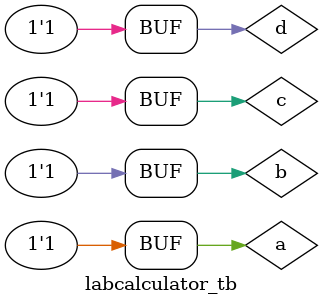
<source format=sv>
module behavioralfulladder(
input a,b,cin,
output s, cout
);
    assign s = a^b^cin;
    assign cout = a&b | a&cin | b&cin;    
endmodule

module behavioralfulladder_testbench();
    reg a,b,cin;
    wire s,cout;

    behaviouralfulladder def(a,b,c,s,cin);

    initial begin
        a=0;b=0;cin=0; #10;
        a=0;b=0;cin=1; #10;
        a=0;b=1;cin=0; #10;
        a=0;b=1;cin=1; #10;
        a=1;b=0;cin=0; #10;
        a=1;b=0;cin=1; #10;
        a=1;b=1;cin=0; #10;
        a=1;b=1;cin=1; #10;
    end
endmodule

module halfadder(
input a,b,
output s,cout
);
    assign s = a^b;
    assign cout = a&b;
endmodule

module halfsubtractor(
input a,b,
output s,cout
);

    assign s = a^b;
    assign cout = ~a&b;
endmodule

module structuralfulladder(
input a,b,cin,
output s, cout
);
    wire v1,v2,v3;
    halfadder ha1(a,b, v1,v2);
    halfadder ha2(v1,cin,s,v3 );
    assign cout= v3|v2;
endmodule


module structuralfulladder_tb();
    reg a,b,cin;
    wire s,cout;

    structuralfulladder def(a,b,c,s,cin);

    initial begin
        a=0;b=0;cin=0; #10;
        a=0;b=0;cin=1; #10;
        a=0;b=1;cin=0; #10;
        a=0;b=1;cin=1; #10;
        a=1;b=0;cin=0; #10;
        a=1;b=0;cin=1; #10;
        a=1;b=1;cin=0; #10;
        a=1;b=1;cin=1; #10;
    end
endmodule

module twobitadder(
input logic a,b,c,d,cin,
output logic s0,s1,cout
);
logic n1;

    structuralfulladder fa1(a,c,cin,s0,n1);
    structuralfulladder fa2(b,d,n1,s1,cout);
endmodule

module twobitadder_tb();
    logic a,b,c,d, cin;
    logic s0,s1,cout;

     twobitadder dut(a,b,c,d,cin,s0,s1,cout);

    initial begin
    a = 0; b = 0; c = 0; d = 0; cin = 0; #10;
    a = 0; b = 0; c = 0; d = 0; cin = 1; #10;
    a = 0; b= 0; c = 0; d = 1; cin = 0; #10;
    a = 0; b = 0; c = 0; d = 1; cin = 1; #10;
    a = 0; b = 0; c = 1; d = 0; cin = 0; #10;
    a = 0; b = 0; c = 1; d = 0; cin = 1; #10;
    a = 0; b = 0; c = 1; d = 1; cin = 0; #10;
    a = 0; b = 0; c = 1; d = 1; cin = 1; #10;
    a = 0; b = 1; c = 0; d = 0; cin = 0; #10;
    a = 0; b = 1; c = 0; d = 0; cin = 1; #10;
    a = 0; b = 1; c = 0; d = 1; cin = 0; #10;
    a = 0; b = 1; c = 0; d = 1; cin = 1; #10;
    a = 0; b = 1; c = 1; d = 0; cin = 0; #10;
    a = 0; b = 1; c = 1; d = 0; cin = 1; #10;
    a = 0; b = 1; c = 1; d = 1; cin = 0; #10;
    a = 0; b = 1; c = 1; d = 1; cin = 1; #10;
    a = 1; b = 0; c = 0; d = 0; cin = 0; #10;
    a = 1; b = 0; c = 0; d = 0; cin = 1; #10;
    a = 1; b = 0; c = 0; d = 1; cin = 0; #10;
    a = 1; b = 0; c = 0; d = 1; cin = 1; #10;
    a = 1; b = 0; c = 1; d = 0; cin = 0; #10;
    a = 1; b = 0; c = 1; d = 0; cin = 1; #10;
    a = 1; b = 0; c = 1; d = 1; cin = 0; #10;
    a = 1; b = 0; c = 1; d = 1; cin = 1; #10;
    a = 1; b = 1; c = 0; d = 0; cin = 0; #10;
    a = 1; b = 1; c = 0; d = 0; cin = 1; #10;
    a = 1; b = 1; c = 0; d = 1; cin = 0; #10;
    a = 1; b = 1; c = 0; d = 1; cin = 1; #10;
    a = 1; b = 1; c = 1; d = 0; cin = 0; #10;
    a = 1; b = 1; c = 1; d = 0; cin = 1; #10;
    a = 1; b = 1; c = 1; d = 1; cin = 0; #10;
    a = 1; b = 1; c = 1; d = 1; cin = 1; #10;

    end
endmodule

module labcalculator(
input logic a,b,c,d,
output logic y,z
);
always @*
begin
        if(c==0)
            if(d==0)
                 y = a&b;
            else
                 y= ~(a|b);
        else 
            if(d==0) begin
                 y = a^b;
                 z = a&b;
            end
            else begin
                 y = a^b;
                 z = ~a&b;
            end
        end
endmodule

module labcalculator_tb();
    reg a,b,c,d;
    wire y,z;

    labcalculator def(a,b,c,d,y,z);

    initial begin
        a=0;b=0;c=0;d=0; #10;
        a=0;b=0;c=0;d=1; #10;
        a=0;b=0;c=1;d=0; #10;
        a=0;b=0;c=1;d=1; #10;
        a=0;b=1;c=0;d=0; #10;
        a=0;b=1;c=0;d=1; #10;
        a=0;b=1;c=1;d=0; #10;
        a=0;b=1;c=1;d=1; #10;
        a=1;b=0;c=0;d=0; #10;
        a=1;b=0;c=0;d=1; #10;
        a=1;b=0;c=1;d=0; #10;
        a=1;b=0;c=1;d=1; #10;
        a=1;b=1;c=0;d=0; #10;
        a=1;b=1;c=0;d=1; #10;
        a=1;b=1;c=1;d=0; #10;
        a=1;b=1;c=1;d=1; #10;
    end
endmodule



</source>
